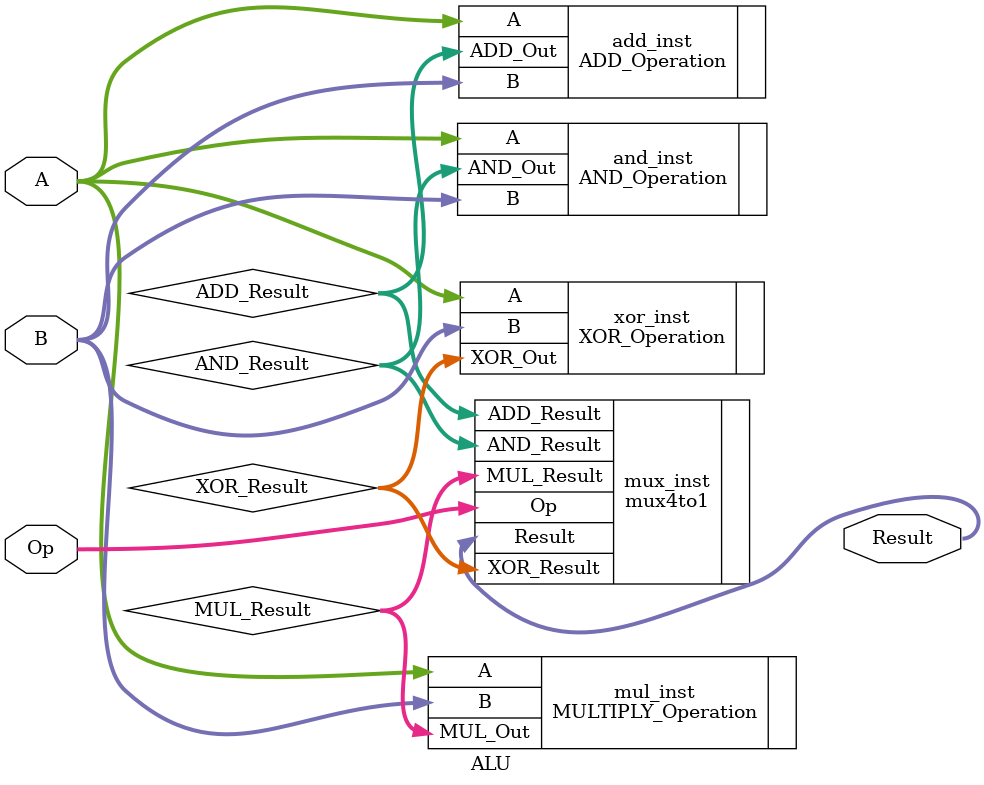
<source format=sv>
module ALU (
    input  logic [1:0] A,       // 2-bit operand A
    input  logic [1:0] B,       // 2-bit operand B
    input  logic [1:0] Op,      // 2-bit operation selector
    output logic [3:0] Result    // 4-bit result
);
    // Intermediate wires for operation outputs
    logic [3:0] AND_Result;
    logic [3:0] XOR_Result;
    logic [3:0] ADD_Result;
    logic [3:0] MUL_Result;

    // Instantiate operation modules
    AND_Operation and_inst (
        .A(A),
        .B(B),
        .AND_Out(AND_Result)
    );

    XOR_Operation xor_inst (
        .A(A),
        .B(B),
        .XOR_Out(XOR_Result)
    );

    ADD_Operation add_inst (
        .A(A),
        .B(B),
        .ADD_Out(ADD_Result)
    );

    MULTIPLY_Operation mul_inst (
        .A(A),
        .B(B),
        .MUL_Out(MUL_Result)
    );

    // Instantiate the multiplexer to select the result based on Op
    mux4to1 mux_inst (
        .AND_Result(AND_Result),
        .XOR_Result(XOR_Result),
        .ADD_Result(ADD_Result),
        .MUL_Result(MUL_Result),
        .Op(Op),
        .Result(Result)
    );
	 
endmodule

</source>
